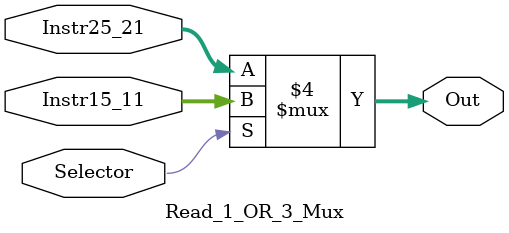
<source format=v>
`timescale 1ns / 1ps


module Read_1_OR_3_Mux(Selector,Instr25_21,Instr15_11,Out);

input [4:0] Instr25_21,Instr15_11;
input Selector;

output reg [4:0] Out;

always @(*)
begin
    if(Selector == 0)
        Out <= Instr25_21;
    else
        Out <= Instr15_11;
end
endmodule
</source>
